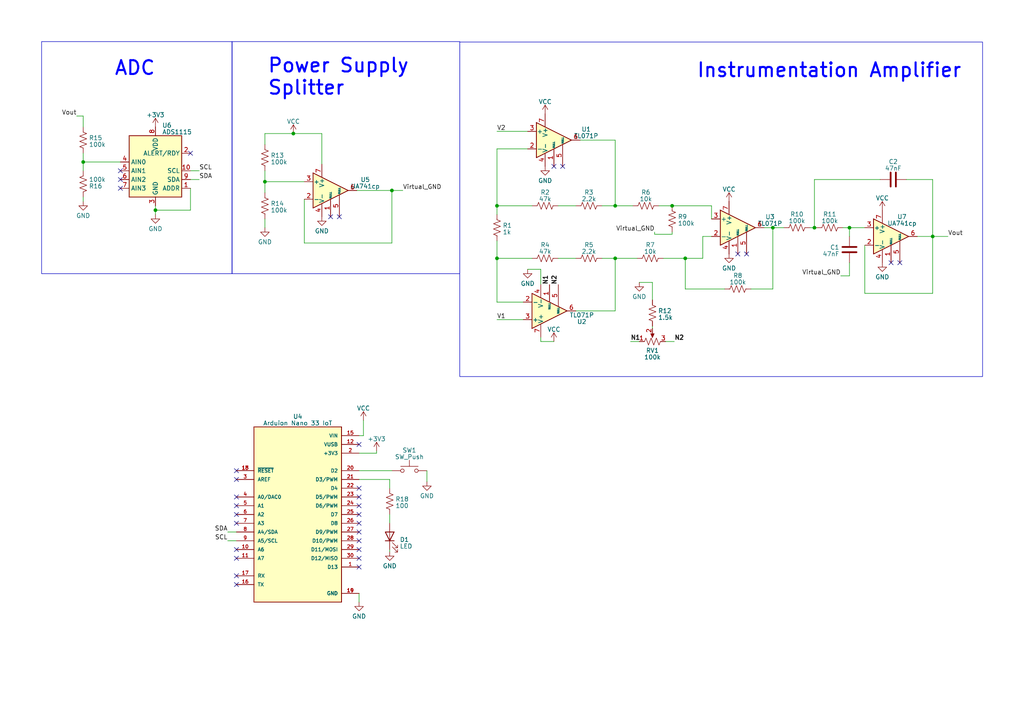
<source format=kicad_sch>
(kicad_sch (version 20230121) (generator eeschema)
  (paper "A4")
  (lib_symbols
    (symbol "ABX00027:ABX00027" (pin_names (offset 1.016))
      (property "Reference" "U" (at -12.7 26.67 0))
      (property "Value" "ABX00027" (at -12.7 -26.67 0))
      (symbol "ABX00027_0_0"
        (rectangle (start -12.7 -25.4) (end 12.7 25.4) (stroke (width 0.254)) (fill (type background)))
        (pin bidirectional line (at 17.78 -15.24 180) (length 5.08) (name "D13") (number "1"))
        (pin input line (at -17.78 -10.16 0) (length 5.08) (name "A6") (number "10"))
        (pin input line (at -17.78 -12.7 0) (length 5.08) (name "A7") (number "11"))
        (pin power_in line (at 17.78 20.32 180) (length 5.08) (name "VUSB") (number "12"))
        (pin input line (at -17.78 12.7 0) (length 5.08) (name "~{RESET}") (number "13"))
        (pin power_in line (at 17.78 -22.86 180) (length 5.08) (name "GND") (number "14"))
        (pin power_in line (at 17.78 22.86 180) (length 5.08) (name "VIN") (number "15"))
        (pin bidirectional line (at -17.78 -20.32 0) (length 5.08) (name "TX") (number "16"))
        (pin bidirectional line (at -17.78 -17.78 0) (length 5.08) (name "RX") (number "17"))
        (pin input line (at -17.78 12.7 0) (length 5.08) (name "~{RESET}") (number "18"))
        (pin power_in line (at 17.78 -22.86 180) (length 5.08) (name "GND") (number "19"))
        (pin power_in line (at 17.78 17.78 180) (length 5.08) (name "+3V3") (number "2"))
        (pin bidirectional line (at 17.78 12.7 180) (length 5.08) (name "D2") (number "20"))
        (pin bidirectional line (at 17.78 10.16 180) (length 5.08) (name "D3/PWM") (number "21"))
        (pin bidirectional line (at 17.78 7.62 180) (length 5.08) (name "D4") (number "22"))
        (pin bidirectional line (at 17.78 5.08 180) (length 5.08) (name "D5/PWM") (number "23"))
        (pin bidirectional line (at 17.78 2.54 180) (length 5.08) (name "D6/PWM") (number "24"))
        (pin bidirectional line (at 17.78 0 180) (length 5.08) (name "D7") (number "25"))
        (pin bidirectional line (at 17.78 -2.54 180) (length 5.08) (name "D8") (number "26"))
        (pin bidirectional line (at 17.78 -5.08 180) (length 5.08) (name "D9/PWM") (number "27"))
        (pin bidirectional line (at 17.78 -7.62 180) (length 5.08) (name "D10/PWM") (number "28"))
        (pin bidirectional line (at 17.78 -10.16 180) (length 5.08) (name "D11/MOSI") (number "29"))
        (pin input line (at -17.78 10.16 0) (length 5.08) (name "AREF") (number "3"))
        (pin bidirectional line (at 17.78 -12.7 180) (length 5.08) (name "D12/MISO") (number "30"))
        (pin bidirectional line (at -17.78 5.08 0) (length 5.08) (name "A0/DAC0") (number "4"))
        (pin input line (at -17.78 2.54 0) (length 5.08) (name "A1") (number "5"))
        (pin input line (at -17.78 0 0) (length 5.08) (name "A2") (number "6"))
        (pin input line (at -17.78 -2.54 0) (length 5.08) (name "A3") (number "7"))
        (pin input line (at -17.78 -5.08 0) (length 5.08) (name "A4/SDA") (number "8"))
        (pin input line (at -17.78 -7.62 0) (length 5.08) (name "A5/SCL") (number "9"))
      )
    )
    (symbol "Amplifier_Operational:LM741" (pin_names (offset 0.127))
      (property "Reference" "U" (at 0 6.35 0))
      (property "Value" "LM741" (at 0 3.81 0))
      (symbol "LM741_0_1"
        (polyline (pts (xy -5.08 5.08) (xy 5.08 0) (xy -5.08 -5.08) (xy -5.08 5.08)) (stroke (width 0.254)) (fill (type background)))
      )
      (symbol "LM741_1_1"
        (pin input line (at 0 -7.62 90) (length 5.08) (name "NULL") (number "1"))
        (pin input line (at -7.62 -2.54 0) (length 2.54) (name "-") (number "2"))
        (pin input line (at -7.62 2.54 0) (length 2.54) (name "+") (number "3"))
        (pin power_in line (at -2.54 -7.62 90) (length 3.81) (name "V-") (number "4"))
        (pin input line (at 2.54 -7.62 90) (length 6.35) (name "NULL") (number "5"))
        (pin output line (at 7.62 0 180) (length 2.54) (name "~") (number "6"))
        (pin power_in line (at -2.54 7.62 270) (length 3.81) (name "V+") (number "7"))
        (pin no_connect line (at 0 2.54 270) (length 2.54) hide (name "NC") (number "8"))
      )
    )
    (symbol "Amplifier_Operational:TL071" (pin_names (offset 0.127))
      (property "Reference" "U" (at 0 6.35 0))
      (property "Value" "TL071" (at 0 3.81 0))
      (symbol "TL071_0_1"
        (polyline (pts (xy -5.08 5.08) (xy 5.08 0) (xy -5.08 -5.08) (xy -5.08 5.08)) (stroke (width 0.254)) (fill (type background)))
      )
      (symbol "TL071_1_1"
        (pin input line (at 0 -7.62 90) (length 5.08) (name "NULL") (number "1"))
        (pin input line (at -7.62 -2.54 0) (length 2.54) (name "-") (number "2"))
        (pin input line (at -7.62 2.54 0) (length 2.54) (name "+") (number "3"))
        (pin power_in line (at -2.54 -7.62 90) (length 3.81) (name "V-") (number "4"))
        (pin input line (at 2.54 -7.62 90) (length 6.35) (name "NULL") (number "5"))
        (pin output line (at 7.62 0 180) (length 2.54) (name "~") (number "6"))
        (pin power_in line (at -2.54 7.62 270) (length 3.81) (name "V+") (number "7"))
        (pin no_connect line (at 0 2.54 270) (length 2.54) hide (name "NC") (number "8"))
      )
    )
    (symbol "Analog_ADC:ADS1115IDGS"
      (property "Reference" "U" (at 2.54 13.97 0))
      (property "Value" "ADS1115IDGS" (at 7.62 11.43 0))
      (symbol "ADS1115IDGS_0_1"
        (rectangle (start -7.62 10.16) (end 7.62 -7.62) (stroke (width 0.254)) (fill (type background)))
      )
      (symbol "ADS1115IDGS_1_1"
        (pin input line (at 10.16 -5.08 180) (length 2.54) (name "ADDR") (number "1"))
        (pin input line (at 10.16 0 180) (length 2.54) (name "SCL") (number "10"))
        (pin output line (at 10.16 5.08 180) (length 2.54) (name "ALERT/RDY") (number "2"))
        (pin power_in line (at 0 -10.16 90) (length 2.54) (name "GND") (number "3"))
        (pin input line (at -10.16 2.54 0) (length 2.54) (name "AIN0") (number "4"))
        (pin input line (at -10.16 0 0) (length 2.54) (name "AIN1") (number "5"))
        (pin input line (at -10.16 -2.54 0) (length 2.54) (name "AIN2") (number "6"))
        (pin input line (at -10.16 -5.08 0) (length 2.54) (name "AIN3") (number "7"))
        (pin power_in line (at 0 12.7 270) (length 2.54) (name "VDD") (number "8"))
        (pin bidirectional line (at 10.16 -2.54 180) (length 2.54) (name "SDA") (number "9"))
      )
    )
    (symbol "Device:C" (pin_numbers hide) (pin_names (offset 0.254))
      (property "Reference" "C" (at 0.635 2.54 0))
      (property "Value" "C" (at 0.635 -2.54 0))
      (symbol "C_0_1"
        (polyline (pts (xy -2.032 -0.762) (xy 2.032 -0.762)) (stroke (width 0.508)))
        (polyline (pts (xy -2.032 0.762) (xy 2.032 0.762)) (stroke (width 0.508)))
      )
      (symbol "C_1_1"
        (pin passive line (at 0 3.81 270) (length 2.794) (name "~") (number "1"))
        (pin passive line (at 0 -3.81 90) (length 2.794) (name "~") (number "2"))
      )
    )
    (symbol "Device:LED" (pin_numbers hide) (pin_names (offset 1.016) hide)
      (property "Reference" "D" (at 0 2.54 0))
      (property "Value" "LED" (at 0 -2.54 0))
      (symbol "LED_0_1"
        (polyline (pts (xy -1.27 -1.27) (xy -1.27 1.27)) (stroke (width 0.254)))
        (polyline (pts (xy -1.27 0) (xy 1.27 0)))
        (polyline (pts (xy 1.27 -1.27) (xy 1.27 1.27) (xy -1.27 0) (xy 1.27 -1.27)) (stroke (width 0.254)))
        (polyline (pts (xy -3.048 -0.762) (xy -4.572 -2.286) (xy -3.81 -2.286) (xy -4.572 -2.286) (xy -4.572 -1.524)))
        (polyline (pts (xy -1.778 -0.762) (xy -3.302 -2.286) (xy -2.54 -2.286) (xy -3.302 -2.286) (xy -3.302 -1.524)))
      )
      (symbol "LED_1_1"
        (pin passive line (at -3.81 0 0) (length 2.54) (name "K") (number "1"))
        (pin passive line (at 3.81 0 180) (length 2.54) (name "A") (number "2"))
      )
    )
    (symbol "Device:R_Potentiometer_US" (pin_names (offset 1.016) hide)
      (property "Reference" "RV" (at -4.445 0 90))
      (property "Value" "R_Potentiometer_US" (at -2.54 0 90))
      (symbol "R_Potentiometer_US_0_1"
        (polyline (pts (xy 0 -2.286) (xy 0 -2.54)))
        (polyline (pts (xy 0 2.54) (xy 0 2.286)))
        (polyline (pts (xy 2.54 0) (xy 1.524 0)))
        (polyline (pts (xy 1.143 0) (xy 2.286 0.508) (xy 2.286 -0.508) (xy 1.143 0)) (fill (type outline)))
        (polyline (pts (xy 0 -0.762) (xy 1.016 -1.143) (xy 0 -1.524) (xy -1.016 -1.905) (xy 0 -2.286)))
        (polyline (pts (xy 0 0.762) (xy 1.016 0.381) (xy 0 0) (xy -1.016 -0.381) (xy 0 -0.762)))
        (polyline (pts (xy 0 2.286) (xy 1.016 1.905) (xy 0 1.524) (xy -1.016 1.143) (xy 0 0.762)))
      )
      (symbol "R_Potentiometer_US_1_1"
        (pin passive line (at 0 3.81 270) (length 1.27) (name "1") (number "1"))
        (pin passive line (at 3.81 0 180) (length 1.27) (name "2") (number "2"))
        (pin passive line (at 0 -3.81 90) (length 1.27) (name "3") (number "3"))
      )
    )
    (symbol "Device:R_US" (pin_numbers hide) (pin_names (offset 0))
      (property "Reference" "R" (at 2.54 0 90))
      (property "Value" "R_US" (at -2.54 0 90))
      (symbol "R_US_0_1"
        (polyline (pts (xy 0 -2.286) (xy 0 -2.54)))
        (polyline (pts (xy 0 2.286) (xy 0 2.54)))
        (polyline (pts (xy 0 -0.762) (xy 1.016 -1.143) (xy 0 -1.524) (xy -1.016 -1.905) (xy 0 -2.286)))
        (polyline (pts (xy 0 0.762) (xy 1.016 0.381) (xy 0 0) (xy -1.016 -0.381) (xy 0 -0.762)))
        (polyline (pts (xy 0 2.286) (xy 1.016 1.905) (xy 0 1.524) (xy -1.016 1.143) (xy 0 0.762)))
      )
      (symbol "R_US_1_1"
        (pin passive line (at 0 3.81 270) (length 1.27) (name "~") (number "1"))
        (pin passive line (at 0 -3.81 90) (length 1.27) (name "~") (number "2"))
      )
    )
    (symbol "Switch:SW_Push" (pin_numbers hide) (pin_names (offset 1.016) hide)
      (property "Reference" "SW" (at 1.27 2.54 0))
      (property "Value" "SW_Push" (at 0 -1.524 0))
      (symbol "SW_Push_0_1"
        (circle (center -2.032 0) (radius 0.508))
        (polyline (pts (xy 0 1.27) (xy 0 3.048)))
        (polyline (pts (xy 2.54 1.27) (xy -2.54 1.27)))
        (circle (center 2.032 0) (radius 0.508))
        (pin passive line (at -5.08 0 0) (length 2.54) (name "1") (number "1"))
        (pin passive line (at 5.08 0 180) (length 2.54) (name "2") (number "2"))
      )
    )
    (symbol "power:+3V3" (power) (pin_names (offset 0))
      (property "Value" "+3V3" (at 0 3.556 0))
      (symbol "+3V3_0_1"
        (polyline (pts (xy -0.762 1.27) (xy 0 2.54)))
        (polyline (pts (xy 0 0) (xy 0 2.54)))
        (polyline (pts (xy 0 2.54) (xy 0.762 1.27)))
      )
      (symbol "+3V3_1_1"
        (pin power_in line (at 0 0 90) (length 0) hide (name "+3V3") (number "1"))
      )
    )
    (symbol "power:GND" (power) (pin_names (offset 0))
      (property "Value" "GND" (at 0 -3.81 0))
      (symbol "GND_0_1"
        (polyline (pts (xy 0 0) (xy 0 -1.27) (xy 1.27 -1.27) (xy 0 -2.54) (xy -1.27 -1.27) (xy 0 -1.27)))
      )
      (symbol "GND_1_1"
        (pin power_in line (at 0 0 270) (length 0) hide (name "GND") (number "1"))
      )
    )
    (symbol "power:VCC" (power) (pin_names (offset 0))
      (property "Value" "VCC" (at 0 3.81 0))
      (symbol "VCC_0_1"
        (polyline (pts (xy -0.762 1.27) (xy 0 2.54)))
        (polyline (pts (xy 0 0) (xy 0 2.54)))
        (polyline (pts (xy 0 2.54) (xy 0.762 1.27)))
      )
      (symbol "VCC_1_1"
        (pin power_in line (at 0 0 90) (length 0) hide (name "VCC") (number "1"))
      )
    )
  )
  (junction (at 113.665 55.245))
  (junction (at 178.435 74.93))
  (junction (at 224.155 66.04))
  (junction (at 85.09 38.735))
  (junction (at 194.945 59.69))
  (junction (at 24.13 46.99))
  (junction (at 246.38 66.04))
  (junction (at 178.435 59.69))
  (junction (at 45.085 60.96))
  (junction (at 144.145 74.93))
  (junction (at 198.755 74.93))
  (junction (at 76.835 52.705))
  (junction (at 270.51 68.58))
  (junction (at 144.145 59.69))
  (junction (at 236.22 66.04))
  (no_connect (at 104.14 151.765))
  (no_connect (at 98.425 62.865))
  (no_connect (at 95.885 62.865))
  (no_connect (at 104.14 154.305))
  (no_connect (at 104.14 128.905))
  (no_connect (at 213.995 73.66))
  (no_connect (at 104.14 141.605))
  (no_connect (at 34.925 52.07))
  (no_connect (at 68.58 149.225))
  (no_connect (at 34.925 54.61))
  (no_connect (at 104.14 149.225))
  (no_connect (at 104.14 164.465))
  (no_connect (at 68.58 159.385))
  (no_connect (at 68.58 136.525))
  (no_connect (at 104.14 156.845))
  (no_connect (at 104.14 146.685))
  (no_connect (at 68.58 169.545))
  (no_connect (at 68.58 139.065))
  (no_connect (at 260.985 76.2))
  (no_connect (at 163.195 48.26))
  (no_connect (at 68.58 161.925))
  (no_connect (at 104.14 144.145))
  (no_connect (at 68.58 144.145))
  (no_connect (at 216.535 73.66))
  (no_connect (at 258.445 76.2))
  (no_connect (at 104.14 161.925))
  (no_connect (at 68.58 167.005))
  (no_connect (at 104.14 159.385))
  (no_connect (at 160.655 48.26))
  (no_connect (at 68.58 146.685))
  (no_connect (at 34.925 49.53))
  (no_connect (at 68.58 151.765))
  (no_connect (at 55.245 44.45))
  (wire (pts (xy 24.13 46.99) (xy 34.925 46.99)))
  (wire (pts (xy 144.145 43.18) (xy 144.145 59.69)))
  (wire (pts (xy 246.38 66.04) (xy 250.825 66.04)))
  (wire (pts (xy 246.38 80.01) (xy 243.84 80.01)))
  (wire (pts (xy 57.785 49.53) (xy 55.245 49.53)))
  (wire (pts (xy 168.275 40.64) (xy 178.435 40.64)))
  (wire (pts (xy 250.825 71.12) (xy 250.825 85.09)))
  (wire (pts (xy 109.22 130.81) (xy 109.22 131.445)))
  (wire (pts (xy 194.945 67.945) (xy 189.865 67.945)))
  (wire (pts (xy 113.665 70.485) (xy 88.265 70.485)))
  (wire (pts (xy 85.09 38.735) (xy 93.345 38.735)))
  (wire (pts (xy 178.435 90.17) (xy 178.435 74.93)))
  (wire (pts (xy 45.085 62.23) (xy 45.085 60.96)))
  (wire (pts (xy 76.835 52.705) (xy 76.835 49.53)))
  (wire (pts (xy 105.41 121.92) (xy 105.41 126.365)))
  (wire (pts (xy 191.135 59.69) (xy 194.945 59.69)))
  (wire (pts (xy 182.88 99.06) (xy 185.42 99.06)))
  (wire (pts (xy 144.145 38.1) (xy 153.035 38.1)))
  (wire (pts (xy 154.305 59.69) (xy 144.145 59.69)))
  (wire (pts (xy 270.51 85.09) (xy 270.51 68.58)))
  (wire (pts (xy 24.13 46.99) (xy 24.13 49.53)))
  (wire (pts (xy 262.89 52.07) (xy 270.51 52.07)))
  (wire (pts (xy 189.23 81.915) (xy 189.23 86.995)))
  (wire (pts (xy 234.95 66.04) (xy 236.22 66.04)))
  (wire (pts (xy 45.085 60.96) (xy 45.085 59.69)))
  (wire (pts (xy 76.835 66.04) (xy 76.835 63.5)))
  (wire (pts (xy 224.155 66.04) (xy 221.615 66.04)))
  (wire (pts (xy 203.835 74.93) (xy 203.835 68.58)))
  (wire (pts (xy 113.03 159.385) (xy 113.03 160.02)))
  (wire (pts (xy 156.845 78.105) (xy 156.845 82.55)))
  (wire (pts (xy 195.58 99.06) (xy 193.04 99.06)))
  (wire (pts (xy 113.03 139.065) (xy 113.03 141.605)))
  (wire (pts (xy 270.51 52.07) (xy 270.51 68.58)))
  (wire (pts (xy 246.38 76.2) (xy 246.38 80.01)))
  (wire (pts (xy 178.435 59.69) (xy 183.515 59.69)))
  (wire (pts (xy 144.145 87.63) (xy 144.145 74.93)))
  (wire (pts (xy 246.38 66.04) (xy 246.38 68.58)))
  (wire (pts (xy 104.14 139.065) (xy 113.03 139.065)))
  (wire (pts (xy 244.475 66.04) (xy 246.38 66.04)))
  (wire (pts (xy 167.005 59.69) (xy 161.925 59.69)))
  (wire (pts (xy 270.51 68.58) (xy 266.065 68.58)))
  (wire (pts (xy 144.145 69.85) (xy 144.145 74.93)))
  (wire (pts (xy 189.23 94.615) (xy 189.23 95.25)))
  (wire (pts (xy 178.435 74.93) (xy 184.785 74.93)))
  (wire (pts (xy 236.22 66.04) (xy 236.855 66.04)))
  (wire (pts (xy 206.375 59.69) (xy 206.375 63.5)))
  (wire (pts (xy 250.825 85.09) (xy 270.51 85.09)))
  (wire (pts (xy 154.305 74.93) (xy 144.145 74.93)))
  (wire (pts (xy 167.005 74.93) (xy 161.925 74.93)))
  (wire (pts (xy 167.005 90.17) (xy 178.435 90.17)))
  (wire (pts (xy 153.035 78.105) (xy 156.845 78.105)))
  (wire (pts (xy 24.13 33.655) (xy 24.13 36.83)))
  (wire (pts (xy 185.42 81.915) (xy 189.23 81.915)))
  (wire (pts (xy 113.03 149.225) (xy 113.03 151.765)))
  (wire (pts (xy 24.13 44.45) (xy 24.13 46.99)))
  (wire (pts (xy 76.835 52.705) (xy 88.265 52.705)))
  (wire (pts (xy 236.22 52.07) (xy 255.27 52.07)))
  (wire (pts (xy 198.755 74.93) (xy 198.755 83.82)))
  (wire (pts (xy 123.825 136.525) (xy 123.825 139.7)))
  (wire (pts (xy 194.945 59.69) (xy 206.375 59.69)))
  (wire (pts (xy 22.225 33.655) (xy 24.13 33.655)))
  (wire (pts (xy 178.435 40.64) (xy 178.435 59.69)))
  (wire (pts (xy 198.755 74.93) (xy 203.835 74.93)))
  (wire (pts (xy 76.835 41.91) (xy 76.835 38.735)))
  (wire (pts (xy 178.435 74.93) (xy 174.625 74.93)))
  (wire (pts (xy 178.435 59.69) (xy 174.625 59.69)))
  (wire (pts (xy 224.155 66.04) (xy 227.33 66.04)))
  (wire (pts (xy 24.13 58.42) (xy 24.13 57.15)))
  (wire (pts (xy 109.22 131.445) (xy 104.14 131.445)))
  (wire (pts (xy 103.505 55.245) (xy 113.665 55.245)))
  (wire (pts (xy 76.835 55.88) (xy 76.835 52.705)))
  (wire (pts (xy 156.845 99.06) (xy 156.845 97.79)))
  (wire (pts (xy 104.14 136.525) (xy 113.665 136.525)))
  (wire (pts (xy 217.805 83.82) (xy 224.155 83.82)))
  (wire (pts (xy 66.04 154.305) (xy 68.58 154.305)))
  (wire (pts (xy 57.785 52.07) (xy 55.245 52.07)))
  (wire (pts (xy 113.665 55.245) (xy 113.665 70.485)))
  (wire (pts (xy 93.345 38.735) (xy 93.345 47.625)))
  (wire (pts (xy 113.665 55.245) (xy 116.84 55.245)))
  (wire (pts (xy 144.145 43.18) (xy 153.035 43.18)))
  (wire (pts (xy 194.945 67.31) (xy 194.945 67.945)))
  (wire (pts (xy 203.835 68.58) (xy 206.375 68.58)))
  (wire (pts (xy 236.22 52.07) (xy 236.22 66.04)))
  (wire (pts (xy 55.245 60.96) (xy 45.085 60.96)))
  (wire (pts (xy 189.865 67.945) (xy 189.865 67.31)))
  (wire (pts (xy 104.14 174.625) (xy 104.14 172.085)))
  (wire (pts (xy 270.51 68.58) (xy 274.955 68.58)))
  (wire (pts (xy 76.835 38.735) (xy 85.09 38.735)))
  (wire (pts (xy 151.765 87.63) (xy 144.145 87.63)))
  (wire (pts (xy 55.245 54.61) (xy 55.245 60.96)))
  (wire (pts (xy 104.14 126.365) (xy 105.41 126.365)))
  (wire (pts (xy 160.655 99.06) (xy 156.845 99.06)))
  (wire (pts (xy 144.145 92.71) (xy 151.765 92.71)))
  (wire (pts (xy 192.405 74.93) (xy 198.755 74.93)))
  (wire (pts (xy 198.755 83.82) (xy 210.185 83.82)))
  (wire (pts (xy 88.265 70.485) (xy 88.265 57.785)))
  (wire (pts (xy 224.155 83.82) (xy 224.155 66.04)))
  (wire (pts (xy 66.04 156.845) (xy 68.58 156.845)))
  (wire (pts (xy 144.145 59.69) (xy 144.145 62.23)))
  (rectangle (start 67.31 12.065) (end 133.35 79.375))
  (rectangle (start 133.35 12.192) (end 284.988 109.22))
  (rectangle (start 12.065 12.065) (end 67.31 79.375))
  (text "ADC" (at 33.02 22.225 0) (effects (font (size 4 4) (thickness 0.6) bold) (justify left bottom)))
  (text "Instrumentation Amplifier" (at 201.93 22.86 0) (effects (font (size 4 4) (thickness 0.6) bold) (justify left bottom)))
  (text "Power Supply \nSplitter" (at 77.47 27.94 0) (effects (font (size 4 4) (thickness 0.6) bold) (justify left bottom)))
  (label "V2" (at 144.145 38.1 0))
  (label "V1" (at 144.145 92.71 0))
  (label "SCL" (at 66.04 156.845 180))
  (label "N1" (at 182.88 99.06 0) (effects (font bold)))
  (label "Virtual_GND" (at 189.865 67.31 180))
  (label "Vout" (at 22.225 33.655 180))
  (label "Vout" (at 274.955 68.58 0))
  (label "SDA" (at 57.785 52.07 0))
  (label "N2" (at 195.58 99.06 0) (effects (font bold)))
  (label "N1" (at 159.385 82.55 90) (effects (font bold)))
  (label "Virtual_GND" (at 116.84 55.245 0))
  (label "SDA" (at 66.04 154.305 180))
  (label "SCL" (at 57.785 49.53 0))
  (label "Virtual_GND" (at 243.84 80.01 180))
  (label "N2" (at 161.925 82.55 90) (effects (font bold)))
  (symbol (lib_id "power:VCC") (at 105.41 121.92 0) (unit 1)
    (property "Reference" "#PWR011" (effects hide))
    (property "Value" "VCC" (at 105.41 118.4181 0))
  )
  (symbol (lib_id "power:VCC") (at 158.115 33.02 0) (unit 1)
    (property "Reference" "#PWR03" (effects hide))
    (property "Value" "VCC" (at 158.115 29.5181 0))
  )
  (symbol (lib_id "power:VCC") (at 211.455 58.42 0) (unit 1)
    (property "Reference" "#PWR04" (effects hide))
    (property "Value" "VCC" (at 211.455 54.9181 0))
  )
  (symbol (lib_id "Device:R_US") (at 158.115 74.93 90) (unit 1)
    (property "Reference" "R4" (at 158.115 71.0311 90))
    (property "Value" "47k" (at 158.115 72.9521 90))
  )
  (symbol (lib_id "Device:R_US") (at 194.945 63.5 180) (unit 1)
    (property "Reference" "R9" (at 196.596 62.8563 0) (effects (justify right)))
    (property "Value" "100k" (at 196.596 64.7773 0) (effects (justify right)))
  )
  (symbol (lib_id "power:+3V3") (at 45.085 36.83 0) (unit 1)
    (property "Reference" "#PWR09" (effects hide))
    (property "Value" "+3V3" (at 45.085 33.3281 0))
  )
  (symbol (lib_id "Device:R_US") (at 231.14 66.04 90) (unit 1)
    (property "Reference" "R10" (at 231.14 62.1411 90))
    (property "Value" "100k" (at 231.14 64.0621 90))
  )
  (symbol (lib_id "Device:C") (at 246.38 72.39 0) (mirror y) (unit 1)
    (property "Reference" "C1" (at 243.459 71.7463 0) (effects (justify left)))
    (property "Value" "47nF" (at 243.459 73.6673 0) (effects (justify left)))
  )
  (symbol (lib_id "Device:R_Potentiometer_US") (at 189.23 99.06 90) (unit 1)
    (property "Reference" "RV1" (at 189.23 101.6715 90))
    (property "Value" "100k" (at 189.23 103.5925 90))
  )
  (symbol (lib_id "power:GND") (at 45.085 62.23 0) (unit 1)
    (property "Reference" "#PWR014" (effects hide))
    (property "Value" "GND" (at 45.085 66.3655 0))
  )
  (symbol (lib_id "power:GND") (at 104.14 174.625 0) (unit 1)
    (property "Reference" "#PWR016" (effects hide))
    (property "Value" "GND" (at 104.14 178.7605 0))
  )
  (symbol (lib_id "power:GND") (at 211.455 73.66 0) (unit 1)
    (property "Reference" "#PWR02" (effects hide))
    (property "Value" "GND" (at 211.455 77.7955 0))
  )
  (symbol (lib_id "power:GND") (at 153.035 78.105 0) (unit 1)
    (property "Reference" "#PWR07" (effects hide))
    (property "Value" "GND" (at 153.035 82.2405 0))
  )
  (symbol (lib_id "power:GND") (at 113.03 160.02 0) (unit 1)
    (property "Reference" "#PWR020" (effects hide))
    (property "Value" "GND" (at 113.03 164.1555 0))
  )
  (symbol (lib_id "Device:R_US") (at 213.995 83.82 90) (unit 1)
    (property "Reference" "R8" (at 213.995 79.9211 90))
    (property "Value" "100k" (at 213.995 81.8421 90))
  )
  (symbol (lib_id "Device:C") (at 259.08 52.07 90) (unit 1)
    (property "Reference" "C2" (at 259.08 46.9011 90))
    (property "Value" "47nF" (at 259.08 48.8221 90))
  )
  (symbol (lib_id "Device:R_US") (at 76.835 59.69 0) (unit 1)
    (property "Reference" "R14" (at 78.486 59.0463 0) (effects (justify left)))
    (property "Value" "100k" (at 78.486 60.9673 0) (effects (justify left)))
  )
  (symbol (lib_id "power:VCC") (at 255.905 60.96 0) (unit 1)
    (property "Reference" "#PWR019" (effects hide))
    (property "Value" "VCC" (at 255.905 57.4581 0))
  )
  (symbol (lib_id "power:GND") (at 24.13 58.42 0) (unit 1)
    (property "Reference" "#PWR08" (effects hide))
    (property "Value" "GND" (at 24.13 62.5555 0))
  )
  (symbol (lib_id "Device:R_US") (at 170.815 74.93 90) (unit 1)
    (property "Reference" "R5" (at 170.815 71.0311 90))
    (property "Value" "2.2k" (at 170.815 72.9521 90))
  )
  (symbol (lib_id "Device:R_US") (at 189.23 90.805 180) (unit 1)
    (property "Reference" "R12" (at 190.881 90.1613 0) (effects (justify right)))
    (property "Value" "1.5k" (at 190.881 92.0823 0) (effects (justify right)))
  )
  (symbol (lib_id "Device:R_US") (at 158.115 59.69 90) (unit 1)
    (property "Reference" "R2" (at 158.115 55.7911 90))
    (property "Value" "47k" (at 158.115 57.7121 90))
  )
  (symbol (lib_id "power:GND") (at 76.835 66.04 0) (unit 1)
    (property "Reference" "#PWR012" (effects hide))
    (property "Value" "GND" (at 76.835 70.1755 0))
  )
  (symbol (lib_id "Device:R_US") (at 113.03 145.415 0) (unit 1)
    (property "Reference" "R18" (at 114.681 144.7713 0) (effects (justify left)))
    (property "Value" "100" (at 114.681 146.6923 0) (effects (justify left)))
  )
  (symbol (lib_id "power:GND") (at 255.905 76.2 0) (unit 1)
    (property "Reference" "#PWR018" (effects hide))
    (property "Value" "GND" (at 255.905 80.3355 0))
  )
  (symbol (lib_id "Device:R_US") (at 24.13 40.64 0) (unit 1)
    (property "Reference" "R15" (at 25.781 39.9963 0) (effects (justify left)))
    (property "Value" "100k" (at 25.781 41.9173 0) (effects (justify left)))
  )
  (symbol (lib_id "Amplifier_Operational:TL071") (at 160.655 40.64 0) (unit 1)
    (property "Reference" "U1" (at 170.0156 37.5031 0))
    (property "Value" "TL071P" (at 170.0156 39.4241 0))
    (property "Datasheet" "http://www.ti.com/lit/ds/symlink/tl071.pdf" (effects hide))
  )
  (symbol (lib_id "power:VCC") (at 160.655 99.06 0) (unit 1)
    (property "Reference" "#PWR06" (effects hide))
    (property "Value" "VCC" (at 160.655 95.5581 0))
  )
  (symbol (lib_id "power:+3V3") (at 109.22 130.81 0) (unit 1)
    (property "Reference" "#PWR05" (effects hide))
    (property "Value" "+3V3" (at 109.22 127.3081 0))
  )
  (symbol (lib_id "power:GND") (at 185.42 81.915 0) (unit 1)
    (property "Reference" "#PWR01" (effects hide))
    (property "Value" "GND" (at 185.42 86.0505 0))
  )
  (symbol (lib_id "Amplifier_Operational:LM741") (at 95.885 55.245 0) (unit 1)
    (property "Reference" "U5" (at 105.9411 52.1081 0))
    (property "Value" "UA741cp" (at 105.9411 54.0291 0))
    (property "Datasheet" "http://www.ti.com/lit/ds/symlink/lm741.pdf" (effects hide))
  )
  (symbol (lib_id "Device:R_US") (at 187.325 59.69 90) (unit 1)
    (property "Reference" "R6" (at 187.325 55.7911 90))
    (property "Value" "10k" (at 187.325 57.7121 90))
  )
  (symbol (lib_id "Device:R_US") (at 144.145 66.04 0) (unit 1)
    (property "Reference" "R1" (at 145.796 65.3963 0) (effects (justify left)))
    (property "Value" "1k" (at 145.796 67.3173 0) (effects (justify left)))
  )
  (symbol (lib_id "Amplifier_Operational:LM741") (at 258.445 68.58 0) (unit 1)
    (property "Reference" "U7" (at 261.62 62.865 0))
    (property "Value" "UA741cp" (at 261.62 64.786 0))
    (property "Datasheet" "http://www.ti.com/lit/ds/symlink/lm741.pdf" (effects hide))
  )
  (symbol (lib_id "power:VCC") (at 85.09 38.735 0) (unit 1)
    (property "Reference" "#PWR015" (effects hide))
    (property "Value" "VCC" (at 85.09 35.2331 0))
  )
  (symbol (lib_id "Device:R_US") (at 188.595 74.93 90) (unit 1)
    (property "Reference" "R7" (at 188.595 71.0311 90))
    (property "Value" "10k" (at 188.595 72.9521 90))
  )
  (symbol (lib_id "Switch:SW_Push") (at 118.745 136.525 0) (unit 1)
    (property "Reference" "SW1" (at 118.745 130.5941 0))
    (property "Value" "SW_Push" (at 118.745 132.5151 0))
  )
  (symbol (lib_id "Amplifier_Operational:TL071") (at 159.385 90.17 0) (mirror x) (unit 1)
    (property "Reference" "U2" (at 168.7456 93.3069 0))
    (property "Value" "TL071P" (at 168.7456 91.3859 0))
    (property "Datasheet" "http://www.ti.com/lit/ds/symlink/tl071.pdf" (effects hide))
  )
  (symbol (lib_id "Device:R_US") (at 24.13 53.34 0) (mirror x) (unit 1)
    (property "Reference" "R16" (at 25.781 53.9837 0) (effects (justify left)))
    (property "Value" "100k" (at 25.781 52.0627 0) (effects (justify left)))
  )
  (symbol (lib_id "Device:LED") (at 113.03 155.575 90) (unit 1)
    (property "Reference" "D1" (at 115.951 156.5188 90) (effects (justify right)))
    (property "Value" "LED" (at 115.951 158.4398 90) (effects (justify right)))
  )
  (symbol (lib_id "power:GND") (at 158.115 48.26 0) (unit 1)
    (property "Reference" "#PWR010" (effects hide))
    (property "Value" "GND" (at 158.115 52.3955 0))
  )
  (symbol (lib_id "Device:R_US") (at 170.815 59.69 90) (unit 1)
    (property "Reference" "R3" (at 170.815 55.7911 90))
    (property "Value" "2.2k" (at 170.815 57.7121 90))
  )
  (symbol (lib_id "Device:R_US") (at 240.665 66.04 90) (unit 1)
    (property "Reference" "R11" (at 240.665 62.1411 90))
    (property "Value" "100k" (at 240.665 64.0621 90))
  )
  (symbol (lib_id "ABX00027:ABX00027") (at 86.36 149.225 0) (unit 1)
    (property "Reference" "U4" (at 86.36 120.8151 0))
    (property "Value" "Arduion Nano 33 IoT" (at 86.36 122.7361 0))
    (property "Footprint" "ABX00027:MODULE_ABX00027" (effects hide))
    (property "MF" "Arduino" (effects hide))
    (property "DESCRIPTION" "ATSAMD21G18A Arduino Nano 33 IoT SAM D ARM® Cortex®-M0+ MCU 32-Bit Embedded Evaluation Board" (effects hide))
    (property "PACKAGE" "None" (effects hide))
    (property "PRICE" "None" (effects hide))
    (property "Package" "None" (effects hide))
    (property "Check_prices" "https://www.snapeda.com/parts/Arduino%20Nano%2033%20IoT/Arduino/view-part/?ref=eda" (effects hide))
    (property "Price" "None" (effects hide))
    (property "SnapEDA_Link" "https://www.snapeda.com/parts/Arduino%20Nano%2033%20IoT/Arduino/view-part/?ref=snap" (effects hide))
    (property "MP" "Arduino Nano 33 IoT" (effects hide))
    (property "DIGIKEY-PURCHASE-URL" "https://snapeda.com/shop?store=DigiKey&id=3949339" (effects hide))
    (property "Availability" "In Stock" (effects hide))
    (property "AVAILABILITY" "Unavailable" (effects hide))
    (property "Description" "\nAn IoT connected IMU sensor in the Nano form factor.\n" (effects hide))
  )
  (symbol (lib_id "Device:R_US") (at 76.835 45.72 0) (unit 1)
    (property "Reference" "R13" (at 78.486 45.0763 0) (effects (justify left)))
    (property "Value" "100k" (at 78.486 46.9973 0) (effects (justify left)))
  )
  (symbol (lib_id "power:GND") (at 93.345 62.865 0) (unit 1)
    (property "Reference" "#PWR013" (effects hide))
    (property "Value" "GND" (at 93.345 67.0005 0))
  )
  (symbol (lib_id "Analog_ADC:ADS1115IDGS") (at 45.085 49.53 0) (unit 1)
    (property "Reference" "U6" (at 47.0409 36.3601 0) (effects (justify left)))
    (property "Value" "ADS1115" (at 47.0409 38.2811 0) (effects (justify left)))
    (property "Footprint" "Package_SO:TSSOP-10_3x3mm_P0.5mm" (effects hide))
    (property "Datasheet" "http://www.ti.com/lit/ds/symlink/ads1113.pdf" (effects hide))
  )
  (symbol (lib_id "Amplifier_Operational:TL071") (at 213.995 66.04 0) (unit 1)
    (property "Reference" "U3" (at 223.3556 62.9031 0))
    (property "Value" "TL071P" (at 223.3556 64.8241 0))
    (property "Datasheet" "http://www.ti.com/lit/ds/symlink/tl071.pdf" (effects hide))
  )
  (symbol (lib_id "power:GND") (at 123.825 139.7 0) (unit 1)
    (property "Reference" "#PWR017" (effects hide))
    (property "Value" "GND" (at 123.825 143.8355 0))
  )
)
</source>
